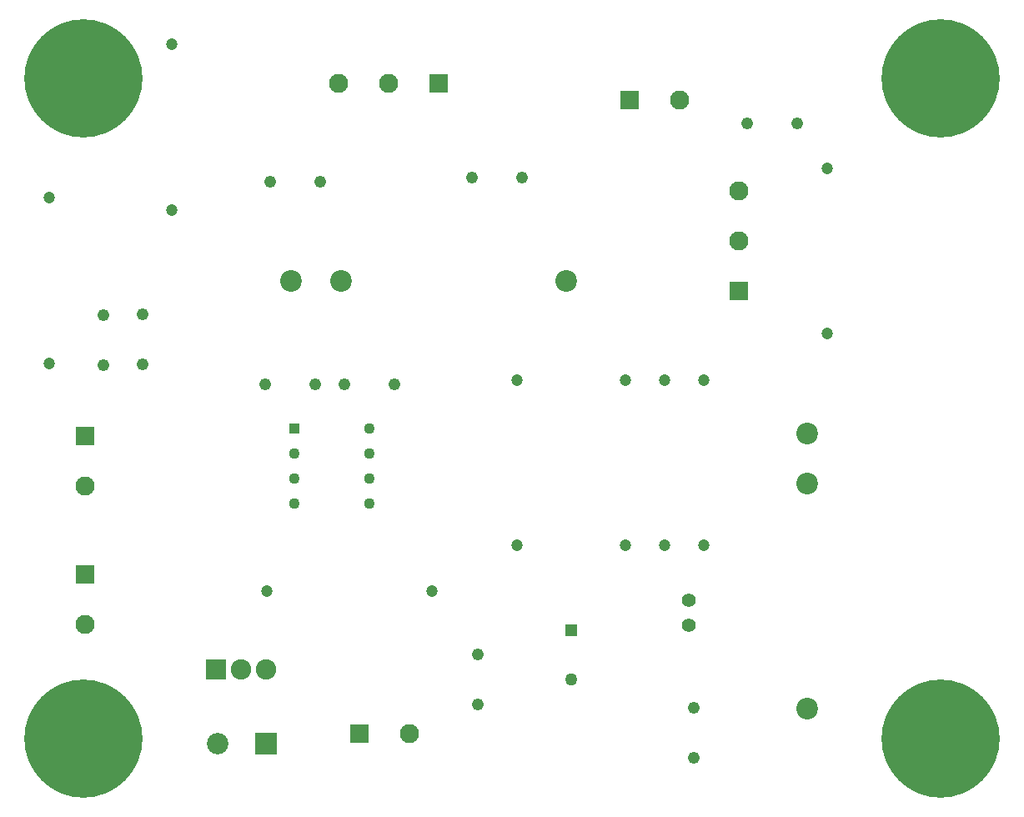
<source format=gbr>
%TF.GenerationSoftware,KiCad,Pcbnew,8.0.2-8.0.2-0~ubuntu22.04.1*%
%TF.CreationDate,2024-05-18T21:09:40+02:00*%
%TF.ProjectId,dc-to-dc-buck-converter,64632d74-6f2d-4646-932d-6275636b2d63,rev?*%
%TF.SameCoordinates,Original*%
%TF.FileFunction,Soldermask,Top*%
%TF.FilePolarity,Negative*%
%FSLAX46Y46*%
G04 Gerber Fmt 4.6, Leading zero omitted, Abs format (unit mm)*
G04 Created by KiCad (PCBNEW 8.0.2-8.0.2-0~ubuntu22.04.1) date 2024-05-18 21:09:40*
%MOMM*%
%LPD*%
G01*
G04 APERTURE LIST*
%ADD10C,2.200000*%
%ADD11R,1.108000X1.108000*%
%ADD12C,1.108000*%
%ADD13C,1.210000*%
%ADD14R,1.950000X1.950000*%
%ADD15C,1.950000*%
%ADD16C,1.200000*%
%ADD17R,2.175000X2.175000*%
%ADD18C,2.175000*%
%ADD19R,1.275000X1.275000*%
%ADD20C,1.275000*%
%ADD21R,2.070000X2.070000*%
%ADD22C,2.070000*%
%ADD23C,0.900000*%
%ADD24C,12.000000*%
%ADD25C,1.416000*%
G04 APERTURE END LIST*
D10*
%TO.C,IC2*%
X180000000Y-92560000D03*
X180000000Y-97640000D03*
X180000000Y-120500000D03*
%TD*%
D11*
%TO.C,IC3*%
X127880000Y-92000000D03*
D12*
X127880000Y-94540000D03*
X127880000Y-97080000D03*
X127880000Y-99620000D03*
X135500000Y-99620000D03*
X135500000Y-97080000D03*
X135500000Y-94540000D03*
X135500000Y-92000000D03*
%TD*%
D13*
%TO.C,C3*%
X125460000Y-67000000D03*
X130540000Y-67000000D03*
%TD*%
D14*
%TO.C,Jmc2*%
X142580000Y-57000000D03*
D15*
X137500000Y-57000000D03*
X132420000Y-57000000D03*
%TD*%
D16*
%TO.C,R4*%
X182000000Y-65600000D03*
X182000000Y-82400000D03*
%TD*%
%TO.C,R5*%
X141900000Y-108500000D03*
X125100000Y-108500000D03*
%TD*%
D14*
%TO.C,J3*%
X161920000Y-58700000D03*
D15*
X167000000Y-58700000D03*
%TD*%
D14*
%TO.C,Jmc1*%
X173000000Y-78080000D03*
D15*
X173000000Y-73000000D03*
X173000000Y-67920000D03*
%TD*%
D16*
%TO.C,R8*%
X169500000Y-103900000D03*
X169500000Y-87100000D03*
%TD*%
%TO.C,R3*%
X150500000Y-87100000D03*
X150500000Y-103900000D03*
%TD*%
D17*
%TO.C,D1*%
X125000000Y-124000000D03*
D18*
X120100000Y-124000000D03*
%TD*%
D14*
%TO.C,J4ind*%
X106700000Y-106815000D03*
D15*
X106700000Y-111895000D03*
%TD*%
D16*
%TO.C,R2*%
X115500000Y-53000000D03*
X115500000Y-69800000D03*
%TD*%
D13*
%TO.C,C4*%
X151000000Y-66500000D03*
X145920000Y-66500000D03*
%TD*%
D19*
%TO.C,C10*%
X156000000Y-112500000D03*
D20*
X156000000Y-117500000D03*
%TD*%
D13*
%TO.C,C7*%
X124920000Y-87500000D03*
X130000000Y-87500000D03*
%TD*%
D16*
%TO.C,R1*%
X103000000Y-68600000D03*
X103000000Y-85400000D03*
%TD*%
D21*
%TO.C,U1*%
X119920000Y-116500000D03*
D22*
X122460000Y-116500000D03*
X125000000Y-116500000D03*
%TD*%
D16*
%TO.C,R6*%
X165500000Y-87100000D03*
X165500000Y-103900000D03*
%TD*%
D13*
%TO.C,C8*%
X138040000Y-87500000D03*
X132960000Y-87500000D03*
%TD*%
%TO.C,C2*%
X112500000Y-80460000D03*
X112500000Y-85540000D03*
%TD*%
%TO.C,C1*%
X108500000Y-80500000D03*
X108500000Y-85580000D03*
%TD*%
D14*
%TO.C,J5*%
X134500000Y-123000000D03*
D15*
X139580000Y-123000000D03*
%TD*%
D13*
%TO.C,C6*%
X179000000Y-61000000D03*
X173920000Y-61000000D03*
%TD*%
D23*
%TO.C,3MH_6mm*%
X189000000Y-56500019D03*
X190318019Y-53318038D03*
X190318019Y-59682000D03*
X193500000Y-52000019D03*
D24*
X193500000Y-56500019D03*
D23*
X193500000Y-61000019D03*
X196681981Y-53318038D03*
X196681981Y-59682000D03*
X198000000Y-56500019D03*
%TD*%
D10*
%TO.C,IC1*%
X127560000Y-77000000D03*
X132640000Y-77000000D03*
X155500000Y-77000000D03*
%TD*%
D23*
%TO.C,1MH_6mm*%
X102000000Y-56500019D03*
X103318019Y-53318038D03*
X103318019Y-59682000D03*
X106500000Y-52000019D03*
D24*
X106500000Y-56500019D03*
D23*
X106500000Y-61000019D03*
X109681981Y-53318038D03*
X109681981Y-59682000D03*
X111000000Y-56500019D03*
%TD*%
%TO.C,4MH_6mm*%
X189000000Y-123500019D03*
X190318019Y-120318038D03*
X190318019Y-126682000D03*
X193500000Y-119000019D03*
D24*
X193500000Y-123500019D03*
D23*
X193500000Y-128000019D03*
X196681981Y-120318038D03*
X196681981Y-126682000D03*
X198000000Y-123500019D03*
%TD*%
D16*
%TO.C,R7*%
X161500000Y-87100000D03*
X161500000Y-103900000D03*
%TD*%
D25*
%TO.C,LED1*%
X168000000Y-109500000D03*
X168000000Y-112040000D03*
%TD*%
D14*
%TO.C,J2gen*%
X106700000Y-92815000D03*
D15*
X106700000Y-97895000D03*
%TD*%
D13*
%TO.C,C5*%
X168500000Y-125500000D03*
X168500000Y-120420000D03*
%TD*%
%TO.C,C9*%
X146500000Y-120040000D03*
X146500000Y-114960000D03*
%TD*%
D23*
%TO.C,2MH_6mm*%
X102000000Y-123500019D03*
X103318019Y-120318038D03*
X103318019Y-126682000D03*
X106500000Y-119000019D03*
D24*
X106500000Y-123500019D03*
D23*
X106500000Y-128000019D03*
X109681981Y-120318038D03*
X109681981Y-126682000D03*
X111000000Y-123500019D03*
%TD*%
M02*

</source>
